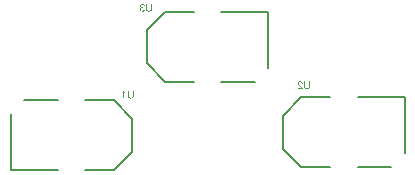
<source format=gbo>
%TF.GenerationSoftware,Altium Limited,Altium Designer,24.7.2 (38)*%
G04 Layer_Color=32896*
%FSLAX45Y45*%
%MOMM*%
%TF.SameCoordinates,CC96ED50-5278-442E-815C-D6E1CD6F0417*%
%TF.FilePolarity,Positive*%
%TF.FileFunction,Legend,Bot*%
%TF.Part,Single*%
G01*
G75*
%TA.AperFunction,NonConductor*%
%ADD38C,0.12700*%
G36*
X3228913Y4387709D02*
X3229930Y4386230D01*
X3231132Y4384751D01*
X3232241Y4383456D01*
X3233351Y4382347D01*
X3234183Y4381422D01*
X3234553Y4381145D01*
X3234830Y4380868D01*
X3234923Y4380775D01*
X3235015Y4380683D01*
X3236957Y4379111D01*
X3238898Y4377632D01*
X3240747Y4376337D01*
X3242597Y4375320D01*
X3244168Y4374396D01*
X3244815Y4374026D01*
X3245370Y4373748D01*
X3245832Y4373471D01*
X3246202Y4373379D01*
X3246387Y4373194D01*
X3246480D01*
Y4365612D01*
X3245093Y4366167D01*
X3243706Y4366814D01*
X3242319Y4367461D01*
X3241025Y4368109D01*
X3239915Y4368663D01*
X3238991Y4369126D01*
X3238436Y4369495D01*
X3238344Y4369588D01*
X3238251D01*
X3236587Y4370605D01*
X3235108Y4371622D01*
X3233813Y4372546D01*
X3232796Y4373379D01*
X3231872Y4374026D01*
X3231317Y4374581D01*
X3230855Y4374950D01*
X3230762Y4375043D01*
Y4325024D01*
X3222903D01*
Y4389281D01*
X3227988D01*
X3228913Y4387709D01*
D02*
G37*
G36*
X3313695Y4352021D02*
Y4350172D01*
X3313603Y4348415D01*
X3313510Y4346751D01*
X3313325Y4345180D01*
X3313140Y4343793D01*
X3312956Y4342498D01*
X3312678Y4341296D01*
X3312493Y4340187D01*
X3312308Y4339170D01*
X3312031Y4338338D01*
X3311846Y4337598D01*
X3311661Y4337043D01*
X3311476Y4336581D01*
X3311384Y4336211D01*
X3311291Y4336026D01*
Y4335934D01*
X3310274Y4333900D01*
X3308980Y4332051D01*
X3307686Y4330571D01*
X3306299Y4329277D01*
X3305097Y4328260D01*
X3304080Y4327520D01*
X3303710Y4327336D01*
X3303433Y4327151D01*
X3303248Y4326966D01*
X3303155D01*
X3300844Y4325949D01*
X3298440Y4325209D01*
X3295944Y4324654D01*
X3293632Y4324284D01*
X3292615Y4324192D01*
X3291598Y4324100D01*
X3290674Y4324007D01*
X3289934D01*
X3289287Y4323915D01*
X3288455D01*
X3285126Y4324100D01*
X3283647Y4324284D01*
X3282260Y4324469D01*
X3280873Y4324747D01*
X3279671Y4325024D01*
X3278562Y4325301D01*
X3277545Y4325671D01*
X3276620Y4326041D01*
X3275881Y4326318D01*
X3275141Y4326596D01*
X3274586Y4326873D01*
X3274124Y4327151D01*
X3273847Y4327243D01*
X3273662Y4327428D01*
X3273569D01*
X3271535Y4328815D01*
X3269871Y4330387D01*
X3268577Y4331866D01*
X3267467Y4333345D01*
X3266635Y4334640D01*
X3266080Y4335657D01*
X3265895Y4336026D01*
X3265711Y4336304D01*
X3265618Y4336489D01*
Y4336581D01*
X3265248Y4337691D01*
X3264878Y4338893D01*
X3264324Y4341389D01*
X3263954Y4343978D01*
X3263676Y4346474D01*
X3263584Y4347583D01*
X3263492Y4348693D01*
Y4349617D01*
X3263399Y4350450D01*
Y4351097D01*
Y4351559D01*
Y4351929D01*
Y4352021D01*
Y4389004D01*
X3271905D01*
Y4352021D01*
Y4349895D01*
X3272090Y4347861D01*
X3272275Y4346104D01*
X3272552Y4344440D01*
X3272830Y4342961D01*
X3273199Y4341574D01*
X3273477Y4340372D01*
X3273847Y4339355D01*
X3274216Y4338523D01*
X3274586Y4337691D01*
X3274956Y4337136D01*
X3275233Y4336581D01*
X3275511Y4336211D01*
X3275696Y4335934D01*
X3275788Y4335841D01*
X3275881Y4335749D01*
X3276713Y4335009D01*
X3277637Y4334362D01*
X3279671Y4333345D01*
X3281798Y4332606D01*
X3284017Y4332143D01*
X3286051Y4331773D01*
X3286883Y4331681D01*
X3287715D01*
X3288270Y4331588D01*
X3289194D01*
X3291136Y4331681D01*
X3292893Y4331958D01*
X3294557Y4332236D01*
X3295851Y4332698D01*
X3296961Y4333068D01*
X3297793Y4333345D01*
X3298255Y4333623D01*
X3298440Y4333715D01*
X3299734Y4334547D01*
X3300844Y4335564D01*
X3301768Y4336581D01*
X3302416Y4337506D01*
X3302970Y4338430D01*
X3303433Y4339077D01*
X3303617Y4339540D01*
X3303710Y4339725D01*
X3303987Y4340557D01*
X3304172Y4341389D01*
X3304542Y4343330D01*
X3304819Y4345364D01*
X3305004Y4347398D01*
X3305097Y4349155D01*
Y4349987D01*
X3305189Y4350634D01*
Y4351189D01*
Y4351651D01*
Y4351929D01*
Y4352021D01*
Y4389004D01*
X3313695D01*
Y4352021D01*
D02*
G37*
G36*
X3389302Y5124700D02*
X3391798Y5124238D01*
X3393925Y5123499D01*
X3395774Y5122759D01*
X3396606Y5122297D01*
X3397253Y5121927D01*
X3397900Y5121557D01*
X3398363Y5121187D01*
X3398733Y5120910D01*
X3399010Y5120725D01*
X3399195Y5120632D01*
X3399287Y5120540D01*
X3401044Y5118783D01*
X3402431Y5116842D01*
X3403540Y5114808D01*
X3404465Y5112774D01*
X3405020Y5111017D01*
X3405297Y5110277D01*
X3405482Y5109630D01*
X3405574Y5109075D01*
X3405667Y5108706D01*
X3405759Y5108428D01*
Y5108336D01*
X3397900Y5106949D01*
X3397531Y5108983D01*
X3396976Y5110740D01*
X3396329Y5112219D01*
X3395682Y5113421D01*
X3395034Y5114345D01*
X3394480Y5114993D01*
X3394110Y5115455D01*
X3394017Y5115547D01*
X3392815Y5116472D01*
X3391521Y5117212D01*
X3390319Y5117674D01*
X3389117Y5118044D01*
X3388008Y5118229D01*
X3387176Y5118413D01*
X3386436D01*
X3384772Y5118321D01*
X3383292Y5117951D01*
X3381998Y5117489D01*
X3380889Y5117027D01*
X3380056Y5116472D01*
X3379409Y5116010D01*
X3378947Y5115640D01*
X3378855Y5115547D01*
X3377838Y5114438D01*
X3377098Y5113236D01*
X3376636Y5112034D01*
X3376266Y5110924D01*
X3376081Y5109907D01*
X3375896Y5109168D01*
Y5108613D01*
Y5108521D01*
Y5108428D01*
Y5107411D01*
X3376081Y5106487D01*
X3376543Y5104915D01*
X3377190Y5103528D01*
X3377930Y5102326D01*
X3378670Y5101494D01*
X3379317Y5100847D01*
X3379779Y5100477D01*
X3379872Y5100385D01*
X3379964D01*
X3381536Y5099552D01*
X3383015Y5098905D01*
X3384587Y5098443D01*
X3385974Y5098166D01*
X3387176Y5097981D01*
X3388193Y5097796D01*
X3389395D01*
X3389764Y5097888D01*
X3390227D01*
X3391151Y5090954D01*
X3389949Y5091231D01*
X3388840Y5091416D01*
X3387915Y5091601D01*
X3387083Y5091694D01*
X3386436Y5091786D01*
X3385604D01*
X3383662Y5091601D01*
X3381906Y5091231D01*
X3380334Y5090677D01*
X3379039Y5090029D01*
X3378022Y5089382D01*
X3377283Y5088828D01*
X3376821Y5088458D01*
X3376636Y5088273D01*
X3375434Y5086886D01*
X3374509Y5085407D01*
X3373862Y5083927D01*
X3373492Y5082448D01*
X3373215Y5081246D01*
X3373122Y5080229D01*
X3373030Y5079859D01*
Y5079582D01*
Y5079397D01*
Y5079305D01*
X3373215Y5077271D01*
X3373677Y5075421D01*
X3374232Y5073850D01*
X3374971Y5072463D01*
X3375711Y5071353D01*
X3376266Y5070521D01*
X3376728Y5069966D01*
X3376913Y5069782D01*
X3378392Y5068487D01*
X3379964Y5067563D01*
X3381536Y5066915D01*
X3383015Y5066453D01*
X3384309Y5066176D01*
X3385326Y5066083D01*
X3385696Y5065991D01*
X3386251D01*
X3387915Y5066083D01*
X3389487Y5066453D01*
X3390874Y5066915D01*
X3391983Y5067470D01*
X3392908Y5067932D01*
X3393648Y5068395D01*
X3394017Y5068765D01*
X3394202Y5068857D01*
X3395312Y5070151D01*
X3396236Y5071631D01*
X3397068Y5073202D01*
X3397716Y5074867D01*
X3398178Y5076253D01*
X3398363Y5076901D01*
X3398455Y5077455D01*
X3398548Y5077918D01*
X3398640Y5078288D01*
X3398733Y5078472D01*
Y5078565D01*
X3406591Y5077548D01*
X3406406Y5076069D01*
X3406129Y5074682D01*
X3405297Y5072093D01*
X3404280Y5069874D01*
X3403725Y5068949D01*
X3403170Y5068025D01*
X3402616Y5067193D01*
X3402061Y5066546D01*
X3401599Y5065898D01*
X3401136Y5065436D01*
X3400859Y5065066D01*
X3400582Y5064789D01*
X3400397Y5064604D01*
X3400304Y5064512D01*
X3399195Y5063679D01*
X3398085Y5062847D01*
X3396976Y5062200D01*
X3395774Y5061645D01*
X3393463Y5060721D01*
X3391244Y5060166D01*
X3390227Y5059981D01*
X3389302Y5059796D01*
X3388470Y5059704D01*
X3387730Y5059611D01*
X3387176Y5059519D01*
X3386343D01*
X3384587Y5059611D01*
X3383015Y5059796D01*
X3381443Y5060074D01*
X3379964Y5060444D01*
X3378577Y5060906D01*
X3377375Y5061368D01*
X3376173Y5061923D01*
X3375156Y5062478D01*
X3374139Y5062940D01*
X3373307Y5063495D01*
X3372568Y5063957D01*
X3372013Y5064419D01*
X3371551Y5064789D01*
X3371181Y5065066D01*
X3370996Y5065251D01*
X3370903Y5065344D01*
X3369794Y5066453D01*
X3368869Y5067655D01*
X3368037Y5068857D01*
X3367298Y5070059D01*
X3366743Y5071168D01*
X3366188Y5072370D01*
X3365448Y5074589D01*
X3365264Y5075606D01*
X3365079Y5076531D01*
X3364894Y5077363D01*
X3364801Y5078103D01*
X3364709Y5078657D01*
Y5079120D01*
Y5079397D01*
Y5079489D01*
X3364801Y5081708D01*
X3365171Y5083742D01*
X3365726Y5085499D01*
X3366281Y5086978D01*
X3366835Y5088180D01*
X3367390Y5089105D01*
X3367760Y5089660D01*
X3367852Y5089845D01*
X3369147Y5091231D01*
X3370534Y5092433D01*
X3372013Y5093358D01*
X3373492Y5094098D01*
X3374786Y5094652D01*
X3375804Y5095022D01*
X3376173Y5095115D01*
X3376451Y5095207D01*
X3376636Y5095299D01*
X3376728D01*
X3375156Y5096132D01*
X3373862Y5096964D01*
X3372752Y5097888D01*
X3371828Y5098720D01*
X3371088Y5099460D01*
X3370534Y5100107D01*
X3370256Y5100477D01*
X3370164Y5100662D01*
X3369424Y5101956D01*
X3368869Y5103251D01*
X3368407Y5104545D01*
X3368130Y5105747D01*
X3367945Y5106764D01*
X3367852Y5107504D01*
Y5108058D01*
Y5108243D01*
X3367945Y5109815D01*
X3368222Y5111387D01*
X3368592Y5112774D01*
X3369054Y5113976D01*
X3369517Y5114993D01*
X3369886Y5115825D01*
X3370164Y5116287D01*
X3370256Y5116472D01*
X3371181Y5117859D01*
X3372290Y5119061D01*
X3373400Y5120078D01*
X3374509Y5121002D01*
X3375434Y5121649D01*
X3376266Y5122204D01*
X3376821Y5122481D01*
X3376913Y5122574D01*
X3377005D01*
X3378670Y5123314D01*
X3380334Y5123868D01*
X3381998Y5124331D01*
X3383477Y5124608D01*
X3384679Y5124793D01*
X3385696Y5124885D01*
X3388008D01*
X3389302Y5124700D01*
D02*
G37*
G36*
X3467890Y5087626D02*
Y5085776D01*
X3467797Y5084020D01*
X3467705Y5082356D01*
X3467520Y5080784D01*
X3467335Y5079397D01*
X3467150Y5078103D01*
X3466873Y5076901D01*
X3466688Y5075791D01*
X3466503Y5074774D01*
X3466225Y5073942D01*
X3466041Y5073202D01*
X3465856Y5072648D01*
X3465671Y5072185D01*
X3465578Y5071816D01*
X3465486Y5071631D01*
Y5071538D01*
X3464469Y5069504D01*
X3463174Y5067655D01*
X3461880Y5066176D01*
X3460493Y5064881D01*
X3459291Y5063864D01*
X3458274Y5063125D01*
X3457904Y5062940D01*
X3457627Y5062755D01*
X3457442Y5062570D01*
X3457350D01*
X3455038Y5061553D01*
X3452634Y5060813D01*
X3450138Y5060259D01*
X3447827Y5059889D01*
X3446810Y5059796D01*
X3445793Y5059704D01*
X3444868Y5059611D01*
X3444128D01*
X3443481Y5059519D01*
X3442649D01*
X3439321Y5059704D01*
X3437841Y5059889D01*
X3436455Y5060074D01*
X3435068Y5060351D01*
X3433866Y5060628D01*
X3432756Y5060906D01*
X3431739Y5061276D01*
X3430815Y5061645D01*
X3430075Y5061923D01*
X3429336Y5062200D01*
X3428781Y5062478D01*
X3428319Y5062755D01*
X3428041Y5062847D01*
X3427856Y5063032D01*
X3427764D01*
X3425730Y5064419D01*
X3424066Y5065991D01*
X3422771Y5067470D01*
X3421662Y5068949D01*
X3420830Y5070244D01*
X3420275Y5071261D01*
X3420090Y5071631D01*
X3419905Y5071908D01*
X3419813Y5072093D01*
Y5072185D01*
X3419443Y5073295D01*
X3419073Y5074497D01*
X3418518Y5076993D01*
X3418148Y5079582D01*
X3417871Y5082078D01*
X3417779Y5083188D01*
X3417686Y5084297D01*
Y5085222D01*
X3417594Y5086054D01*
Y5086701D01*
Y5087163D01*
Y5087533D01*
Y5087626D01*
Y5124608D01*
X3426100D01*
Y5087626D01*
Y5085499D01*
X3426284Y5083465D01*
X3426469Y5081708D01*
X3426747Y5080044D01*
X3427024Y5078565D01*
X3427394Y5077178D01*
X3427671Y5075976D01*
X3428041Y5074959D01*
X3428411Y5074127D01*
X3428781Y5073295D01*
X3429151Y5072740D01*
X3429428Y5072185D01*
X3429705Y5071816D01*
X3429890Y5071538D01*
X3429983Y5071446D01*
X3430075Y5071353D01*
X3430907Y5070614D01*
X3431832Y5069966D01*
X3433866Y5068949D01*
X3435992Y5068210D01*
X3438211Y5067748D01*
X3440245Y5067378D01*
X3441077Y5067285D01*
X3441910D01*
X3442464Y5067193D01*
X3443389D01*
X3445330Y5067285D01*
X3447087Y5067563D01*
X3448751Y5067840D01*
X3450046Y5068302D01*
X3451155Y5068672D01*
X3451987Y5068949D01*
X3452450Y5069227D01*
X3452634Y5069319D01*
X3453929Y5070151D01*
X3455038Y5071168D01*
X3455963Y5072185D01*
X3456610Y5073110D01*
X3457165Y5074035D01*
X3457627Y5074682D01*
X3457812Y5075144D01*
X3457904Y5075329D01*
X3458182Y5076161D01*
X3458367Y5076993D01*
X3458737Y5078935D01*
X3459014Y5080969D01*
X3459199Y5083003D01*
X3459291Y5084759D01*
Y5085592D01*
X3459384Y5086239D01*
Y5086793D01*
Y5087256D01*
Y5087533D01*
Y5087626D01*
Y5124608D01*
X3467890D01*
Y5087626D01*
D02*
G37*
G36*
X4724753Y4469748D02*
X4726325Y4469656D01*
X4727804Y4469379D01*
X4729191Y4469101D01*
X4730485Y4468731D01*
X4731687Y4468362D01*
X4732796Y4467899D01*
X4733813Y4467437D01*
X4734738Y4466975D01*
X4735478Y4466513D01*
X4736125Y4466143D01*
X4736680Y4465773D01*
X4737142Y4465496D01*
X4737419Y4465218D01*
X4737604Y4465126D01*
X4737697Y4465033D01*
X4738621Y4464109D01*
X4739453Y4463092D01*
X4740285Y4461982D01*
X4740933Y4460873D01*
X4742042Y4458654D01*
X4742782Y4456435D01*
X4743059Y4455418D01*
X4743336Y4454401D01*
X4743521Y4453569D01*
X4743706Y4452829D01*
X4743799Y4452182D01*
Y4451720D01*
X4743891Y4451442D01*
Y4451350D01*
X4735848Y4450518D01*
X4735663Y4452644D01*
X4735293Y4454493D01*
X4734738Y4456157D01*
X4734091Y4457452D01*
X4733536Y4458561D01*
X4732981Y4459301D01*
X4732612Y4459763D01*
X4732427Y4459948D01*
X4731040Y4461058D01*
X4729561Y4461890D01*
X4727989Y4462537D01*
X4726602Y4462907D01*
X4725308Y4463184D01*
X4724198Y4463277D01*
X4723828Y4463369D01*
X4723274D01*
X4721332Y4463277D01*
X4719575Y4462907D01*
X4718096Y4462352D01*
X4716802Y4461797D01*
X4715785Y4461150D01*
X4715137Y4460688D01*
X4714675Y4460318D01*
X4714490Y4460133D01*
X4713381Y4458839D01*
X4712549Y4457544D01*
X4711901Y4456250D01*
X4711532Y4454956D01*
X4711254Y4453939D01*
X4711162Y4453014D01*
X4711069Y4452459D01*
Y4452367D01*
Y4452274D01*
X4711254Y4450610D01*
X4711624Y4448853D01*
X4712271Y4447282D01*
X4712918Y4445802D01*
X4713658Y4444600D01*
X4714305Y4443583D01*
X4714490Y4443214D01*
X4714675Y4442936D01*
X4714860Y4442844D01*
Y4442751D01*
X4715600Y4441734D01*
X4716524Y4440717D01*
X4717541Y4439608D01*
X4718651Y4438498D01*
X4720962Y4436279D01*
X4723274Y4434060D01*
X4724475Y4433043D01*
X4725492Y4432119D01*
X4726509Y4431287D01*
X4727342Y4430547D01*
X4727989Y4429992D01*
X4728544Y4429530D01*
X4728913Y4429253D01*
X4729006Y4429160D01*
X4731317Y4427219D01*
X4733444Y4425370D01*
X4735200Y4423705D01*
X4736587Y4422319D01*
X4737789Y4421117D01*
X4738621Y4420285D01*
X4739083Y4419730D01*
X4739268Y4419637D01*
Y4419545D01*
X4740563Y4417973D01*
X4741580Y4416494D01*
X4742504Y4415015D01*
X4743244Y4413720D01*
X4743799Y4412611D01*
X4744169Y4411779D01*
X4744353Y4411224D01*
X4744446Y4411131D01*
Y4411039D01*
X4744816Y4410022D01*
X4745001Y4409097D01*
X4745186Y4408173D01*
X4745278Y4407341D01*
X4745370Y4406601D01*
Y4406046D01*
Y4405676D01*
Y4405584D01*
X4702933D01*
Y4413165D01*
X4734461D01*
X4733351Y4414737D01*
X4732796Y4415384D01*
X4732334Y4416032D01*
X4731872Y4416586D01*
X4731502Y4416956D01*
X4731225Y4417233D01*
X4731132Y4417326D01*
X4730670Y4417788D01*
X4730115Y4418250D01*
X4728821Y4419452D01*
X4727342Y4420839D01*
X4725770Y4422226D01*
X4724291Y4423428D01*
X4723643Y4423983D01*
X4723089Y4424538D01*
X4722626Y4424907D01*
X4722256Y4425185D01*
X4722072Y4425370D01*
X4721979Y4425462D01*
X4720500Y4426756D01*
X4719021Y4427958D01*
X4717726Y4429160D01*
X4716524Y4430177D01*
X4715415Y4431194D01*
X4714490Y4432119D01*
X4713566Y4432951D01*
X4712826Y4433691D01*
X4712086Y4434430D01*
X4711532Y4434985D01*
X4711069Y4435447D01*
X4710607Y4435910D01*
X4710145Y4436464D01*
X4709960Y4436649D01*
X4708665Y4438221D01*
X4707556Y4439608D01*
X4706631Y4440995D01*
X4705892Y4442104D01*
X4705337Y4443121D01*
X4704967Y4443861D01*
X4704782Y4444323D01*
X4704690Y4444508D01*
X4704135Y4445895D01*
X4703765Y4447282D01*
X4703395Y4448576D01*
X4703211Y4449686D01*
X4703118Y4450703D01*
X4703026Y4451442D01*
Y4451904D01*
Y4452089D01*
X4703118Y4453476D01*
X4703303Y4454771D01*
X4703488Y4456065D01*
X4703858Y4457174D01*
X4704782Y4459393D01*
X4705707Y4461150D01*
X4706262Y4461982D01*
X4706724Y4462629D01*
X4707186Y4463277D01*
X4707648Y4463739D01*
X4708018Y4464109D01*
X4708203Y4464478D01*
X4708388Y4464571D01*
X4708481Y4464663D01*
X4709498Y4465588D01*
X4710607Y4466420D01*
X4711809Y4467067D01*
X4713011Y4467622D01*
X4715415Y4468547D01*
X4717819Y4469194D01*
X4718836Y4469379D01*
X4719853Y4469564D01*
X4720777Y4469656D01*
X4721517Y4469748D01*
X4722164Y4469841D01*
X4723089D01*
X4724753Y4469748D01*
D02*
G37*
G36*
X4805467Y4432581D02*
Y4430732D01*
X4805374Y4428975D01*
X4805282Y4427311D01*
X4805097Y4425739D01*
X4804912Y4424353D01*
X4804727Y4423058D01*
X4804450Y4421856D01*
X4804265Y4420747D01*
X4804080Y4419730D01*
X4803803Y4418898D01*
X4803618Y4418158D01*
X4803433Y4417603D01*
X4803248Y4417141D01*
X4803155Y4416771D01*
X4803063Y4416586D01*
Y4416494D01*
X4802046Y4414460D01*
X4800752Y4412611D01*
X4799457Y4411131D01*
X4798070Y4409837D01*
X4796868Y4408820D01*
X4795851Y4408080D01*
X4795482Y4407895D01*
X4795204Y4407711D01*
X4795019Y4407526D01*
X4794927D01*
X4792616Y4406509D01*
X4790212Y4405769D01*
X4787715Y4405214D01*
X4785404Y4404844D01*
X4784387Y4404752D01*
X4783370Y4404659D01*
X4782445Y4404567D01*
X4781706D01*
X4781059Y4404475D01*
X4780226D01*
X4776898Y4404659D01*
X4775419Y4404844D01*
X4774032Y4405029D01*
X4772645Y4405307D01*
X4771443Y4405584D01*
X4770334Y4405861D01*
X4769317Y4406231D01*
X4768392Y4406601D01*
X4767652Y4406878D01*
X4766913Y4407156D01*
X4766358Y4407433D01*
X4765896Y4407711D01*
X4765618Y4407803D01*
X4765433Y4407988D01*
X4765341D01*
X4763307Y4409375D01*
X4761643Y4410946D01*
X4760348Y4412426D01*
X4759239Y4413905D01*
X4758407Y4415199D01*
X4757852Y4416216D01*
X4757667Y4416586D01*
X4757482Y4416864D01*
X4757390Y4417049D01*
Y4417141D01*
X4757020Y4418250D01*
X4756650Y4419452D01*
X4756095Y4421949D01*
X4755726Y4424538D01*
X4755448Y4427034D01*
X4755356Y4428143D01*
X4755263Y4429253D01*
Y4430177D01*
X4755171Y4431009D01*
Y4431657D01*
Y4432119D01*
Y4432489D01*
Y4432581D01*
Y4469564D01*
X4763677D01*
Y4432581D01*
Y4430455D01*
X4763862Y4428421D01*
X4764047Y4426664D01*
X4764324Y4425000D01*
X4764601Y4423520D01*
X4764971Y4422134D01*
X4765249Y4420932D01*
X4765618Y4419915D01*
X4765988Y4419083D01*
X4766358Y4418250D01*
X4766728Y4417696D01*
X4767005Y4417141D01*
X4767283Y4416771D01*
X4767467Y4416494D01*
X4767560Y4416401D01*
X4767652Y4416309D01*
X4768484Y4415569D01*
X4769409Y4414922D01*
X4771443Y4413905D01*
X4773570Y4413165D01*
X4775789Y4412703D01*
X4777823Y4412333D01*
X4778655Y4412241D01*
X4779487D01*
X4780041Y4412148D01*
X4780966D01*
X4782908Y4412241D01*
X4784664Y4412518D01*
X4786329Y4412796D01*
X4787623Y4413258D01*
X4788732Y4413628D01*
X4789564Y4413905D01*
X4790027Y4414182D01*
X4790212Y4414275D01*
X4791506Y4415107D01*
X4792616Y4416124D01*
X4793540Y4417141D01*
X4794187Y4418066D01*
X4794742Y4418990D01*
X4795204Y4419637D01*
X4795389Y4420100D01*
X4795482Y4420285D01*
X4795759Y4421117D01*
X4795944Y4421949D01*
X4796314Y4423890D01*
X4796591Y4425924D01*
X4796776Y4427958D01*
X4796868Y4429715D01*
Y4430547D01*
X4796961Y4431194D01*
Y4431749D01*
Y4432211D01*
Y4432489D01*
Y4432581D01*
Y4469564D01*
X4805467D01*
Y4432581D01*
D02*
G37*
D38*
X2270699Y3718199D02*
Y4193200D01*
Y3718199D02*
X2668702D01*
X2385700Y4308201D02*
X2668702D01*
X2902702D02*
X3145699D01*
X2902702Y3718199D02*
X3145699D01*
X3300700Y3873200D02*
Y4153200D01*
X3145699Y4308201D02*
X3300700Y4153200D01*
X3145699Y3718199D02*
X3300700Y3873200D01*
X5607701Y3858600D02*
Y4333601D01*
X5209698D02*
X5607701D01*
X5209698Y3743599D02*
X5492700D01*
X4732701D02*
X4975698D01*
X4732701Y4333601D02*
X4975698D01*
X4577701Y3898600D02*
Y4178600D01*
Y3898600D02*
X4732701Y3743599D01*
X4577701Y4178600D02*
X4732701Y4333601D01*
X4451999Y4582500D02*
Y5057501D01*
X4054002D02*
X4451999D01*
X4054002Y4467499D02*
X4336998D01*
X3577000D02*
X3820002D01*
X3577000Y5057501D02*
X3820002D01*
X3421999Y4622500D02*
Y4902500D01*
Y4622500D02*
X3577000Y4467499D01*
X3421999Y4902500D02*
X3577000Y5057501D01*
%TF.MD5,4f6ccdb24ba93875c02e9bc0d0ed8967*%
M02*

</source>
